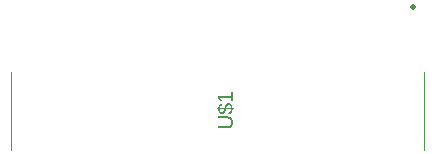
<source format=gbr>
G04 EAGLE Gerber RS-274X export*
G75*
%MOMM*%
%FSLAX34Y34*%
%LPD*%
%INSilkscreen Top*%
%IPPOS*%
%AMOC8*
5,1,8,0,0,1.08239X$1,22.5*%
G01*
G04 Define Apertures*
%ADD10C,0.500000*%
%ADD11C,0.120000*%
G36*
X390743Y420977D02*
X391083Y421090D01*
X391401Y421228D01*
X391697Y421390D01*
X391971Y421576D01*
X392223Y421787D01*
X392452Y422022D01*
X392660Y422281D01*
X392845Y422565D01*
X393009Y422873D01*
X393150Y423205D01*
X393269Y423562D01*
X393366Y423943D01*
X393441Y424348D01*
X393494Y424778D01*
X393525Y425233D01*
X394944Y425233D01*
X394944Y426319D01*
X393525Y426319D01*
X393489Y426791D01*
X393428Y427236D01*
X393343Y427653D01*
X393234Y428042D01*
X393100Y428404D01*
X392942Y428738D01*
X392759Y429044D01*
X392553Y429323D01*
X392325Y429571D01*
X392079Y429786D01*
X391816Y429969D01*
X391534Y430118D01*
X391235Y430234D01*
X390919Y430316D01*
X390584Y430366D01*
X390232Y430383D01*
X389888Y430370D01*
X389568Y430332D01*
X389271Y430269D01*
X388997Y430181D01*
X388743Y430069D01*
X388506Y429934D01*
X388287Y429775D01*
X388086Y429594D01*
X387898Y429384D01*
X387720Y429140D01*
X387552Y428861D01*
X387394Y428548D01*
X387237Y428160D01*
X387072Y427660D01*
X386900Y427046D01*
X386719Y426319D01*
X382822Y426319D01*
X382852Y426567D01*
X382893Y426800D01*
X382945Y427018D01*
X383009Y427221D01*
X383084Y427408D01*
X383171Y427580D01*
X383269Y427736D01*
X383378Y427878D01*
X383631Y428122D01*
X383929Y428322D01*
X384272Y428477D01*
X384661Y428587D01*
X384372Y430111D01*
X384033Y430011D01*
X383718Y429894D01*
X383425Y429761D01*
X383156Y429612D01*
X382910Y429446D01*
X382686Y429264D01*
X382486Y429065D01*
X382310Y428850D01*
X382153Y428615D01*
X382015Y428357D01*
X381895Y428075D01*
X381794Y427770D01*
X381710Y427442D01*
X381645Y427091D01*
X381598Y426716D01*
X381569Y426319D01*
X380422Y426319D01*
X380422Y425233D01*
X381569Y425233D01*
X381600Y424792D01*
X381652Y424378D01*
X381725Y423989D01*
X381820Y423626D01*
X381937Y423290D01*
X382074Y422979D01*
X382234Y422693D01*
X382415Y422434D01*
X382615Y422203D01*
X382835Y422003D01*
X383073Y421834D01*
X383329Y421695D01*
X383604Y421587D01*
X383897Y421510D01*
X384208Y421464D01*
X384539Y421449D01*
X384847Y421459D01*
X385132Y421489D01*
X385394Y421540D01*
X385633Y421611D01*
X385858Y421704D01*
X386075Y421823D01*
X386285Y421967D01*
X386487Y422136D01*
X386681Y422332D01*
X386863Y422557D01*
X387033Y422810D01*
X387192Y423091D01*
X387351Y423447D01*
X387438Y423693D01*
X387519Y423922D01*
X387697Y424517D01*
X387884Y425233D01*
X392229Y425233D01*
X392202Y424930D01*
X392197Y424897D01*
X392161Y424645D01*
X392107Y424377D01*
X392038Y424126D01*
X391956Y423892D01*
X391859Y423675D01*
X391749Y423475D01*
X391624Y423293D01*
X391485Y423126D01*
X391329Y422974D01*
X391157Y422837D01*
X390970Y422716D01*
X390766Y422609D01*
X390545Y422517D01*
X390309Y422439D01*
X390056Y422377D01*
X390381Y420888D01*
X390743Y420977D01*
G37*
%LPC*%
G36*
X388138Y426319D02*
X388295Y426890D01*
X388442Y427359D01*
X388578Y427726D01*
X388703Y427991D01*
X388832Y428193D01*
X388976Y428370D01*
X389136Y428522D01*
X389312Y428648D01*
X389509Y428748D01*
X389730Y428819D01*
X389977Y428862D01*
X390249Y428876D01*
X390466Y428866D01*
X390672Y428835D01*
X390865Y428783D01*
X391046Y428711D01*
X391215Y428618D01*
X391372Y428504D01*
X391518Y428370D01*
X391651Y428215D01*
X391771Y428041D01*
X391878Y427848D01*
X391971Y427638D01*
X392051Y427410D01*
X392118Y427164D01*
X392171Y426900D01*
X392198Y426708D01*
X392211Y426618D01*
X392237Y426319D01*
X388138Y426319D01*
G37*
G36*
X384328Y422964D02*
X384146Y422991D01*
X383975Y423035D01*
X383816Y423098D01*
X383668Y423178D01*
X383532Y423276D01*
X383408Y423391D01*
X383295Y423525D01*
X383193Y423676D01*
X383103Y423845D01*
X383025Y424032D01*
X382958Y424236D01*
X382902Y424459D01*
X382858Y424699D01*
X382825Y424957D01*
X382804Y425233D01*
X386492Y425233D01*
X386369Y424780D01*
X386247Y424395D01*
X386124Y424077D01*
X386001Y423827D01*
X385872Y423623D01*
X385728Y423447D01*
X385569Y423297D01*
X385402Y423178D01*
X385397Y423174D01*
X385208Y423078D01*
X384998Y423010D01*
X384770Y422969D01*
X384521Y422955D01*
X384328Y422964D01*
G37*
%LPD*%
G36*
X389573Y409120D02*
X389917Y409150D01*
X390249Y409198D01*
X390569Y409266D01*
X390876Y409354D01*
X391170Y409461D01*
X391452Y409587D01*
X391721Y409733D01*
X391976Y409896D01*
X392215Y410075D01*
X392439Y410270D01*
X392647Y410481D01*
X392839Y410708D01*
X393016Y410951D01*
X393178Y411210D01*
X393323Y411484D01*
X393453Y411773D01*
X393565Y412073D01*
X393660Y412386D01*
X393737Y412710D01*
X393798Y413047D01*
X393841Y413396D01*
X393867Y413757D01*
X393875Y414129D01*
X393866Y414517D01*
X393839Y414892D01*
X393794Y415253D01*
X393732Y415602D01*
X393651Y415938D01*
X393553Y416260D01*
X393436Y416570D01*
X393302Y416866D01*
X393150Y417148D01*
X392983Y417414D01*
X392799Y417663D01*
X392600Y417896D01*
X392384Y418112D01*
X392153Y418312D01*
X391905Y418495D01*
X391642Y418662D01*
X391364Y418811D01*
X391073Y418940D01*
X390769Y419049D01*
X390453Y419138D01*
X390123Y419208D01*
X389781Y419257D01*
X389426Y419287D01*
X389058Y419297D01*
X381359Y419297D01*
X381359Y417633D01*
X388962Y417633D01*
X389384Y417618D01*
X389781Y417575D01*
X390151Y417503D01*
X390495Y417402D01*
X390814Y417272D01*
X391106Y417113D01*
X391371Y416925D01*
X391611Y416709D01*
X391824Y416466D01*
X392008Y416200D01*
X392164Y415912D01*
X392291Y415600D01*
X392390Y415265D01*
X392461Y414906D01*
X392503Y414525D01*
X392518Y414121D01*
X392504Y413727D01*
X392463Y413358D01*
X392394Y413013D01*
X392299Y412691D01*
X392175Y412393D01*
X392025Y412119D01*
X391847Y411868D01*
X391642Y411642D01*
X391410Y411441D01*
X391153Y411266D01*
X390870Y411119D01*
X390562Y410998D01*
X390229Y410904D01*
X389870Y410837D01*
X389485Y410797D01*
X389076Y410784D01*
X381359Y410784D01*
X381359Y409111D01*
X389216Y409111D01*
X389573Y409120D01*
G37*
G36*
X393700Y439765D02*
X392360Y439765D01*
X392360Y436760D01*
X381359Y436760D01*
X381359Y435306D01*
X383365Y432390D01*
X384854Y432390D01*
X382866Y435175D01*
X392360Y435175D01*
X392360Y432031D01*
X393700Y432031D01*
X393700Y439765D01*
G37*
D10*
X546100Y512137D03*
D11*
X555957Y457180D02*
X555957Y391180D01*
X206043Y391180D02*
X206043Y457180D01*
M02*

</source>
